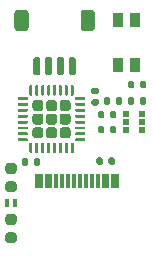
<source format=gbr>
G04 #@! TF.GenerationSoftware,KiCad,Pcbnew,5.1.9-73d0e3b20d~88~ubuntu16.04.1*
G04 #@! TF.CreationDate,2021-02-23T03:34:03+00:00*
G04 #@! TF.ProjectId,kuiic,6b756969-632e-46b6-9963-61645f706362,rev?*
G04 #@! TF.SameCoordinates,Original*
G04 #@! TF.FileFunction,Paste,Top*
G04 #@! TF.FilePolarity,Positive*
%FSLAX46Y46*%
G04 Gerber Fmt 4.6, Leading zero omitted, Abs format (unit mm)*
G04 Created by KiCad (PCBNEW 5.1.9-73d0e3b20d~88~ubuntu16.04.1) date 2021-02-23 03:34:03*
%MOMM*%
%LPD*%
G01*
G04 APERTURE LIST*
%ADD10R,0.400000X0.700000*%
%ADD11R,0.900000X1.250000*%
%ADD12R,0.600000X0.500000*%
%ADD13R,0.300000X1.150000*%
G04 APERTURE END LIST*
G04 #@! TO.C,R6*
G36*
G01*
X123328400Y-129928200D02*
X123328400Y-129558200D01*
G75*
G02*
X123463400Y-129423200I135000J0D01*
G01*
X123733400Y-129423200D01*
G75*
G02*
X123868400Y-129558200I0J-135000D01*
G01*
X123868400Y-129928200D01*
G75*
G02*
X123733400Y-130063200I-135000J0D01*
G01*
X123463400Y-130063200D01*
G75*
G02*
X123328400Y-129928200I0J135000D01*
G01*
G37*
G36*
G01*
X122308400Y-129928200D02*
X122308400Y-129558200D01*
G75*
G02*
X122443400Y-129423200I135000J0D01*
G01*
X122713400Y-129423200D01*
G75*
G02*
X122848400Y-129558200I0J-135000D01*
G01*
X122848400Y-129928200D01*
G75*
G02*
X122713400Y-130063200I-135000J0D01*
G01*
X122443400Y-130063200D01*
G75*
G02*
X122308400Y-129928200I0J135000D01*
G01*
G37*
G04 #@! TD*
D10*
G04 #@! TO.C,D2*
X121762000Y-133223000D03*
X121062000Y-133223000D03*
G04 #@! TD*
G04 #@! TO.C,R3*
G36*
G01*
X129300000Y-125545000D02*
X129300000Y-125915000D01*
G75*
G02*
X129165000Y-126050000I-135000J0D01*
G01*
X128895000Y-126050000D01*
G75*
G02*
X128760000Y-125915000I0J135000D01*
G01*
X128760000Y-125545000D01*
G75*
G02*
X128895000Y-125410000I135000J0D01*
G01*
X129165000Y-125410000D01*
G75*
G02*
X129300000Y-125545000I0J-135000D01*
G01*
G37*
G36*
G01*
X130320000Y-125545000D02*
X130320000Y-125915000D01*
G75*
G02*
X130185000Y-126050000I-135000J0D01*
G01*
X129915000Y-126050000D01*
G75*
G02*
X129780000Y-125915000I0J135000D01*
G01*
X129780000Y-125545000D01*
G75*
G02*
X129915000Y-125410000I135000J0D01*
G01*
X130185000Y-125410000D01*
G75*
G02*
X130320000Y-125545000I0J-135000D01*
G01*
G37*
G04 #@! TD*
G04 #@! TO.C,J1*
G36*
G01*
X126895000Y-121009000D02*
X126895000Y-122259000D01*
G75*
G02*
X126745000Y-122409000I-150000J0D01*
G01*
X126445000Y-122409000D01*
G75*
G02*
X126295000Y-122259000I0J150000D01*
G01*
X126295000Y-121009000D01*
G75*
G02*
X126445000Y-120859000I150000J0D01*
G01*
X126745000Y-120859000D01*
G75*
G02*
X126895000Y-121009000I0J-150000D01*
G01*
G37*
G36*
G01*
X125895000Y-121009000D02*
X125895000Y-122259000D01*
G75*
G02*
X125745000Y-122409000I-150000J0D01*
G01*
X125445000Y-122409000D01*
G75*
G02*
X125295000Y-122259000I0J150000D01*
G01*
X125295000Y-121009000D01*
G75*
G02*
X125445000Y-120859000I150000J0D01*
G01*
X125745000Y-120859000D01*
G75*
G02*
X125895000Y-121009000I0J-150000D01*
G01*
G37*
G36*
G01*
X124895000Y-121009000D02*
X124895000Y-122259000D01*
G75*
G02*
X124745000Y-122409000I-150000J0D01*
G01*
X124445000Y-122409000D01*
G75*
G02*
X124295000Y-122259000I0J150000D01*
G01*
X124295000Y-121009000D01*
G75*
G02*
X124445000Y-120859000I150000J0D01*
G01*
X124745000Y-120859000D01*
G75*
G02*
X124895000Y-121009000I0J-150000D01*
G01*
G37*
G36*
G01*
X123895000Y-121009000D02*
X123895000Y-122259000D01*
G75*
G02*
X123745000Y-122409000I-150000J0D01*
G01*
X123445000Y-122409000D01*
G75*
G02*
X123295000Y-122259000I0J150000D01*
G01*
X123295000Y-121009000D01*
G75*
G02*
X123445000Y-120859000I150000J0D01*
G01*
X123745000Y-120859000D01*
G75*
G02*
X123895000Y-121009000I0J-150000D01*
G01*
G37*
G36*
G01*
X128495000Y-117108999D02*
X128495000Y-118409001D01*
G75*
G02*
X128245001Y-118659000I-249999J0D01*
G01*
X127544999Y-118659000D01*
G75*
G02*
X127295000Y-118409001I0J249999D01*
G01*
X127295000Y-117108999D01*
G75*
G02*
X127544999Y-116859000I249999J0D01*
G01*
X128245001Y-116859000D01*
G75*
G02*
X128495000Y-117108999I0J-249999D01*
G01*
G37*
G36*
G01*
X122895000Y-117108999D02*
X122895000Y-118409001D01*
G75*
G02*
X122645001Y-118659000I-249999J0D01*
G01*
X121944999Y-118659000D01*
G75*
G02*
X121695000Y-118409001I0J249999D01*
G01*
X121695000Y-117108999D01*
G75*
G02*
X121944999Y-116859000I249999J0D01*
G01*
X122645001Y-116859000D01*
G75*
G02*
X122895000Y-117108999I0J-249999D01*
G01*
G37*
G04 #@! TD*
D11*
G04 #@! TO.C,SW1*
X131941000Y-117709000D03*
X130441000Y-117709000D03*
X131941000Y-121559000D03*
X130441000Y-121559000D03*
G04 #@! TD*
D12*
G04 #@! TO.C,D1*
X132526000Y-125665000D03*
X131126000Y-125665000D03*
X132526000Y-126365000D03*
X131126000Y-126365000D03*
X132526000Y-127065000D03*
X131126000Y-127065000D03*
G04 #@! TD*
G04 #@! TO.C,U1*
G36*
G01*
X126223500Y-125426000D02*
X125758500Y-125426000D01*
G75*
G02*
X125526000Y-125193500I0J232500D01*
G01*
X125526000Y-124728500D01*
G75*
G02*
X125758500Y-124496000I232500J0D01*
G01*
X126223500Y-124496000D01*
G75*
G02*
X126456000Y-124728500I0J-232500D01*
G01*
X126456000Y-125193500D01*
G75*
G02*
X126223500Y-125426000I-232500J0D01*
G01*
G37*
G36*
G01*
X125073500Y-125426000D02*
X124608500Y-125426000D01*
G75*
G02*
X124376000Y-125193500I0J232500D01*
G01*
X124376000Y-124728500D01*
G75*
G02*
X124608500Y-124496000I232500J0D01*
G01*
X125073500Y-124496000D01*
G75*
G02*
X125306000Y-124728500I0J-232500D01*
G01*
X125306000Y-125193500D01*
G75*
G02*
X125073500Y-125426000I-232500J0D01*
G01*
G37*
G36*
G01*
X123923500Y-125426000D02*
X123458500Y-125426000D01*
G75*
G02*
X123226000Y-125193500I0J232500D01*
G01*
X123226000Y-124728500D01*
G75*
G02*
X123458500Y-124496000I232500J0D01*
G01*
X123923500Y-124496000D01*
G75*
G02*
X124156000Y-124728500I0J-232500D01*
G01*
X124156000Y-125193500D01*
G75*
G02*
X123923500Y-125426000I-232500J0D01*
G01*
G37*
G36*
G01*
X126223500Y-126576000D02*
X125758500Y-126576000D01*
G75*
G02*
X125526000Y-126343500I0J232500D01*
G01*
X125526000Y-125878500D01*
G75*
G02*
X125758500Y-125646000I232500J0D01*
G01*
X126223500Y-125646000D01*
G75*
G02*
X126456000Y-125878500I0J-232500D01*
G01*
X126456000Y-126343500D01*
G75*
G02*
X126223500Y-126576000I-232500J0D01*
G01*
G37*
G36*
G01*
X125073500Y-126576000D02*
X124608500Y-126576000D01*
G75*
G02*
X124376000Y-126343500I0J232500D01*
G01*
X124376000Y-125878500D01*
G75*
G02*
X124608500Y-125646000I232500J0D01*
G01*
X125073500Y-125646000D01*
G75*
G02*
X125306000Y-125878500I0J-232500D01*
G01*
X125306000Y-126343500D01*
G75*
G02*
X125073500Y-126576000I-232500J0D01*
G01*
G37*
G36*
G01*
X123923500Y-126576000D02*
X123458500Y-126576000D01*
G75*
G02*
X123226000Y-126343500I0J232500D01*
G01*
X123226000Y-125878500D01*
G75*
G02*
X123458500Y-125646000I232500J0D01*
G01*
X123923500Y-125646000D01*
G75*
G02*
X124156000Y-125878500I0J-232500D01*
G01*
X124156000Y-126343500D01*
G75*
G02*
X123923500Y-126576000I-232500J0D01*
G01*
G37*
G36*
G01*
X126223500Y-127726000D02*
X125758500Y-127726000D01*
G75*
G02*
X125526000Y-127493500I0J232500D01*
G01*
X125526000Y-127028500D01*
G75*
G02*
X125758500Y-126796000I232500J0D01*
G01*
X126223500Y-126796000D01*
G75*
G02*
X126456000Y-127028500I0J-232500D01*
G01*
X126456000Y-127493500D01*
G75*
G02*
X126223500Y-127726000I-232500J0D01*
G01*
G37*
G36*
G01*
X125073500Y-127726000D02*
X124608500Y-127726000D01*
G75*
G02*
X124376000Y-127493500I0J232500D01*
G01*
X124376000Y-127028500D01*
G75*
G02*
X124608500Y-126796000I232500J0D01*
G01*
X125073500Y-126796000D01*
G75*
G02*
X125306000Y-127028500I0J-232500D01*
G01*
X125306000Y-127493500D01*
G75*
G02*
X125073500Y-127726000I-232500J0D01*
G01*
G37*
G36*
G01*
X123923500Y-127726000D02*
X123458500Y-127726000D01*
G75*
G02*
X123226000Y-127493500I0J232500D01*
G01*
X123226000Y-127028500D01*
G75*
G02*
X123458500Y-126796000I232500J0D01*
G01*
X123923500Y-126796000D01*
G75*
G02*
X124156000Y-127028500I0J-232500D01*
G01*
X124156000Y-127493500D01*
G75*
G02*
X123923500Y-127726000I-232500J0D01*
G01*
G37*
G36*
G01*
X122778500Y-127986000D02*
X122028500Y-127986000D01*
G75*
G02*
X121966000Y-127923500I0J62500D01*
G01*
X121966000Y-127798500D01*
G75*
G02*
X122028500Y-127736000I62500J0D01*
G01*
X122778500Y-127736000D01*
G75*
G02*
X122841000Y-127798500I0J-62500D01*
G01*
X122841000Y-127923500D01*
G75*
G02*
X122778500Y-127986000I-62500J0D01*
G01*
G37*
G36*
G01*
X122778500Y-127486000D02*
X122028500Y-127486000D01*
G75*
G02*
X121966000Y-127423500I0J62500D01*
G01*
X121966000Y-127298500D01*
G75*
G02*
X122028500Y-127236000I62500J0D01*
G01*
X122778500Y-127236000D01*
G75*
G02*
X122841000Y-127298500I0J-62500D01*
G01*
X122841000Y-127423500D01*
G75*
G02*
X122778500Y-127486000I-62500J0D01*
G01*
G37*
G36*
G01*
X122778500Y-126986000D02*
X122028500Y-126986000D01*
G75*
G02*
X121966000Y-126923500I0J62500D01*
G01*
X121966000Y-126798500D01*
G75*
G02*
X122028500Y-126736000I62500J0D01*
G01*
X122778500Y-126736000D01*
G75*
G02*
X122841000Y-126798500I0J-62500D01*
G01*
X122841000Y-126923500D01*
G75*
G02*
X122778500Y-126986000I-62500J0D01*
G01*
G37*
G36*
G01*
X122778500Y-126486000D02*
X122028500Y-126486000D01*
G75*
G02*
X121966000Y-126423500I0J62500D01*
G01*
X121966000Y-126298500D01*
G75*
G02*
X122028500Y-126236000I62500J0D01*
G01*
X122778500Y-126236000D01*
G75*
G02*
X122841000Y-126298500I0J-62500D01*
G01*
X122841000Y-126423500D01*
G75*
G02*
X122778500Y-126486000I-62500J0D01*
G01*
G37*
G36*
G01*
X122778500Y-125986000D02*
X122028500Y-125986000D01*
G75*
G02*
X121966000Y-125923500I0J62500D01*
G01*
X121966000Y-125798500D01*
G75*
G02*
X122028500Y-125736000I62500J0D01*
G01*
X122778500Y-125736000D01*
G75*
G02*
X122841000Y-125798500I0J-62500D01*
G01*
X122841000Y-125923500D01*
G75*
G02*
X122778500Y-125986000I-62500J0D01*
G01*
G37*
G36*
G01*
X122778500Y-125486000D02*
X122028500Y-125486000D01*
G75*
G02*
X121966000Y-125423500I0J62500D01*
G01*
X121966000Y-125298500D01*
G75*
G02*
X122028500Y-125236000I62500J0D01*
G01*
X122778500Y-125236000D01*
G75*
G02*
X122841000Y-125298500I0J-62500D01*
G01*
X122841000Y-125423500D01*
G75*
G02*
X122778500Y-125486000I-62500J0D01*
G01*
G37*
G36*
G01*
X122778500Y-124986000D02*
X122028500Y-124986000D01*
G75*
G02*
X121966000Y-124923500I0J62500D01*
G01*
X121966000Y-124798500D01*
G75*
G02*
X122028500Y-124736000I62500J0D01*
G01*
X122778500Y-124736000D01*
G75*
G02*
X122841000Y-124798500I0J-62500D01*
G01*
X122841000Y-124923500D01*
G75*
G02*
X122778500Y-124986000I-62500J0D01*
G01*
G37*
G36*
G01*
X122778500Y-124486000D02*
X122028500Y-124486000D01*
G75*
G02*
X121966000Y-124423500I0J62500D01*
G01*
X121966000Y-124298500D01*
G75*
G02*
X122028500Y-124236000I62500J0D01*
G01*
X122778500Y-124236000D01*
G75*
G02*
X122841000Y-124298500I0J-62500D01*
G01*
X122841000Y-124423500D01*
G75*
G02*
X122778500Y-124486000I-62500J0D01*
G01*
G37*
G36*
G01*
X123153500Y-124111000D02*
X123028500Y-124111000D01*
G75*
G02*
X122966000Y-124048500I0J62500D01*
G01*
X122966000Y-123298500D01*
G75*
G02*
X123028500Y-123236000I62500J0D01*
G01*
X123153500Y-123236000D01*
G75*
G02*
X123216000Y-123298500I0J-62500D01*
G01*
X123216000Y-124048500D01*
G75*
G02*
X123153500Y-124111000I-62500J0D01*
G01*
G37*
G36*
G01*
X123653500Y-124111000D02*
X123528500Y-124111000D01*
G75*
G02*
X123466000Y-124048500I0J62500D01*
G01*
X123466000Y-123298500D01*
G75*
G02*
X123528500Y-123236000I62500J0D01*
G01*
X123653500Y-123236000D01*
G75*
G02*
X123716000Y-123298500I0J-62500D01*
G01*
X123716000Y-124048500D01*
G75*
G02*
X123653500Y-124111000I-62500J0D01*
G01*
G37*
G36*
G01*
X124153500Y-124111000D02*
X124028500Y-124111000D01*
G75*
G02*
X123966000Y-124048500I0J62500D01*
G01*
X123966000Y-123298500D01*
G75*
G02*
X124028500Y-123236000I62500J0D01*
G01*
X124153500Y-123236000D01*
G75*
G02*
X124216000Y-123298500I0J-62500D01*
G01*
X124216000Y-124048500D01*
G75*
G02*
X124153500Y-124111000I-62500J0D01*
G01*
G37*
G36*
G01*
X124653500Y-124111000D02*
X124528500Y-124111000D01*
G75*
G02*
X124466000Y-124048500I0J62500D01*
G01*
X124466000Y-123298500D01*
G75*
G02*
X124528500Y-123236000I62500J0D01*
G01*
X124653500Y-123236000D01*
G75*
G02*
X124716000Y-123298500I0J-62500D01*
G01*
X124716000Y-124048500D01*
G75*
G02*
X124653500Y-124111000I-62500J0D01*
G01*
G37*
G36*
G01*
X125153500Y-124111000D02*
X125028500Y-124111000D01*
G75*
G02*
X124966000Y-124048500I0J62500D01*
G01*
X124966000Y-123298500D01*
G75*
G02*
X125028500Y-123236000I62500J0D01*
G01*
X125153500Y-123236000D01*
G75*
G02*
X125216000Y-123298500I0J-62500D01*
G01*
X125216000Y-124048500D01*
G75*
G02*
X125153500Y-124111000I-62500J0D01*
G01*
G37*
G36*
G01*
X125653500Y-124111000D02*
X125528500Y-124111000D01*
G75*
G02*
X125466000Y-124048500I0J62500D01*
G01*
X125466000Y-123298500D01*
G75*
G02*
X125528500Y-123236000I62500J0D01*
G01*
X125653500Y-123236000D01*
G75*
G02*
X125716000Y-123298500I0J-62500D01*
G01*
X125716000Y-124048500D01*
G75*
G02*
X125653500Y-124111000I-62500J0D01*
G01*
G37*
G36*
G01*
X126153500Y-124111000D02*
X126028500Y-124111000D01*
G75*
G02*
X125966000Y-124048500I0J62500D01*
G01*
X125966000Y-123298500D01*
G75*
G02*
X126028500Y-123236000I62500J0D01*
G01*
X126153500Y-123236000D01*
G75*
G02*
X126216000Y-123298500I0J-62500D01*
G01*
X126216000Y-124048500D01*
G75*
G02*
X126153500Y-124111000I-62500J0D01*
G01*
G37*
G36*
G01*
X126653500Y-124111000D02*
X126528500Y-124111000D01*
G75*
G02*
X126466000Y-124048500I0J62500D01*
G01*
X126466000Y-123298500D01*
G75*
G02*
X126528500Y-123236000I62500J0D01*
G01*
X126653500Y-123236000D01*
G75*
G02*
X126716000Y-123298500I0J-62500D01*
G01*
X126716000Y-124048500D01*
G75*
G02*
X126653500Y-124111000I-62500J0D01*
G01*
G37*
G36*
G01*
X127653500Y-124486000D02*
X126903500Y-124486000D01*
G75*
G02*
X126841000Y-124423500I0J62500D01*
G01*
X126841000Y-124298500D01*
G75*
G02*
X126903500Y-124236000I62500J0D01*
G01*
X127653500Y-124236000D01*
G75*
G02*
X127716000Y-124298500I0J-62500D01*
G01*
X127716000Y-124423500D01*
G75*
G02*
X127653500Y-124486000I-62500J0D01*
G01*
G37*
G36*
G01*
X127653500Y-124986000D02*
X126903500Y-124986000D01*
G75*
G02*
X126841000Y-124923500I0J62500D01*
G01*
X126841000Y-124798500D01*
G75*
G02*
X126903500Y-124736000I62500J0D01*
G01*
X127653500Y-124736000D01*
G75*
G02*
X127716000Y-124798500I0J-62500D01*
G01*
X127716000Y-124923500D01*
G75*
G02*
X127653500Y-124986000I-62500J0D01*
G01*
G37*
G36*
G01*
X127653500Y-125486000D02*
X126903500Y-125486000D01*
G75*
G02*
X126841000Y-125423500I0J62500D01*
G01*
X126841000Y-125298500D01*
G75*
G02*
X126903500Y-125236000I62500J0D01*
G01*
X127653500Y-125236000D01*
G75*
G02*
X127716000Y-125298500I0J-62500D01*
G01*
X127716000Y-125423500D01*
G75*
G02*
X127653500Y-125486000I-62500J0D01*
G01*
G37*
G36*
G01*
X127653500Y-125986000D02*
X126903500Y-125986000D01*
G75*
G02*
X126841000Y-125923500I0J62500D01*
G01*
X126841000Y-125798500D01*
G75*
G02*
X126903500Y-125736000I62500J0D01*
G01*
X127653500Y-125736000D01*
G75*
G02*
X127716000Y-125798500I0J-62500D01*
G01*
X127716000Y-125923500D01*
G75*
G02*
X127653500Y-125986000I-62500J0D01*
G01*
G37*
G36*
G01*
X127653500Y-126486000D02*
X126903500Y-126486000D01*
G75*
G02*
X126841000Y-126423500I0J62500D01*
G01*
X126841000Y-126298500D01*
G75*
G02*
X126903500Y-126236000I62500J0D01*
G01*
X127653500Y-126236000D01*
G75*
G02*
X127716000Y-126298500I0J-62500D01*
G01*
X127716000Y-126423500D01*
G75*
G02*
X127653500Y-126486000I-62500J0D01*
G01*
G37*
G36*
G01*
X127653500Y-126986000D02*
X126903500Y-126986000D01*
G75*
G02*
X126841000Y-126923500I0J62500D01*
G01*
X126841000Y-126798500D01*
G75*
G02*
X126903500Y-126736000I62500J0D01*
G01*
X127653500Y-126736000D01*
G75*
G02*
X127716000Y-126798500I0J-62500D01*
G01*
X127716000Y-126923500D01*
G75*
G02*
X127653500Y-126986000I-62500J0D01*
G01*
G37*
G36*
G01*
X127653500Y-127486000D02*
X126903500Y-127486000D01*
G75*
G02*
X126841000Y-127423500I0J62500D01*
G01*
X126841000Y-127298500D01*
G75*
G02*
X126903500Y-127236000I62500J0D01*
G01*
X127653500Y-127236000D01*
G75*
G02*
X127716000Y-127298500I0J-62500D01*
G01*
X127716000Y-127423500D01*
G75*
G02*
X127653500Y-127486000I-62500J0D01*
G01*
G37*
G36*
G01*
X127653500Y-127986000D02*
X126903500Y-127986000D01*
G75*
G02*
X126841000Y-127923500I0J62500D01*
G01*
X126841000Y-127798500D01*
G75*
G02*
X126903500Y-127736000I62500J0D01*
G01*
X127653500Y-127736000D01*
G75*
G02*
X127716000Y-127798500I0J-62500D01*
G01*
X127716000Y-127923500D01*
G75*
G02*
X127653500Y-127986000I-62500J0D01*
G01*
G37*
G36*
G01*
X126653500Y-128986000D02*
X126528500Y-128986000D01*
G75*
G02*
X126466000Y-128923500I0J62500D01*
G01*
X126466000Y-128173500D01*
G75*
G02*
X126528500Y-128111000I62500J0D01*
G01*
X126653500Y-128111000D01*
G75*
G02*
X126716000Y-128173500I0J-62500D01*
G01*
X126716000Y-128923500D01*
G75*
G02*
X126653500Y-128986000I-62500J0D01*
G01*
G37*
G36*
G01*
X126153500Y-128986000D02*
X126028500Y-128986000D01*
G75*
G02*
X125966000Y-128923500I0J62500D01*
G01*
X125966000Y-128173500D01*
G75*
G02*
X126028500Y-128111000I62500J0D01*
G01*
X126153500Y-128111000D01*
G75*
G02*
X126216000Y-128173500I0J-62500D01*
G01*
X126216000Y-128923500D01*
G75*
G02*
X126153500Y-128986000I-62500J0D01*
G01*
G37*
G36*
G01*
X125653500Y-128986000D02*
X125528500Y-128986000D01*
G75*
G02*
X125466000Y-128923500I0J62500D01*
G01*
X125466000Y-128173500D01*
G75*
G02*
X125528500Y-128111000I62500J0D01*
G01*
X125653500Y-128111000D01*
G75*
G02*
X125716000Y-128173500I0J-62500D01*
G01*
X125716000Y-128923500D01*
G75*
G02*
X125653500Y-128986000I-62500J0D01*
G01*
G37*
G36*
G01*
X125153500Y-128986000D02*
X125028500Y-128986000D01*
G75*
G02*
X124966000Y-128923500I0J62500D01*
G01*
X124966000Y-128173500D01*
G75*
G02*
X125028500Y-128111000I62500J0D01*
G01*
X125153500Y-128111000D01*
G75*
G02*
X125216000Y-128173500I0J-62500D01*
G01*
X125216000Y-128923500D01*
G75*
G02*
X125153500Y-128986000I-62500J0D01*
G01*
G37*
G36*
G01*
X124653500Y-128986000D02*
X124528500Y-128986000D01*
G75*
G02*
X124466000Y-128923500I0J62500D01*
G01*
X124466000Y-128173500D01*
G75*
G02*
X124528500Y-128111000I62500J0D01*
G01*
X124653500Y-128111000D01*
G75*
G02*
X124716000Y-128173500I0J-62500D01*
G01*
X124716000Y-128923500D01*
G75*
G02*
X124653500Y-128986000I-62500J0D01*
G01*
G37*
G36*
G01*
X124153500Y-128986000D02*
X124028500Y-128986000D01*
G75*
G02*
X123966000Y-128923500I0J62500D01*
G01*
X123966000Y-128173500D01*
G75*
G02*
X124028500Y-128111000I62500J0D01*
G01*
X124153500Y-128111000D01*
G75*
G02*
X124216000Y-128173500I0J-62500D01*
G01*
X124216000Y-128923500D01*
G75*
G02*
X124153500Y-128986000I-62500J0D01*
G01*
G37*
G36*
G01*
X123653500Y-128986000D02*
X123528500Y-128986000D01*
G75*
G02*
X123466000Y-128923500I0J62500D01*
G01*
X123466000Y-128173500D01*
G75*
G02*
X123528500Y-128111000I62500J0D01*
G01*
X123653500Y-128111000D01*
G75*
G02*
X123716000Y-128173500I0J-62500D01*
G01*
X123716000Y-128923500D01*
G75*
G02*
X123653500Y-128986000I-62500J0D01*
G01*
G37*
G36*
G01*
X123153500Y-128986000D02*
X123028500Y-128986000D01*
G75*
G02*
X122966000Y-128923500I0J62500D01*
G01*
X122966000Y-128173500D01*
G75*
G02*
X123028500Y-128111000I62500J0D01*
G01*
X123153500Y-128111000D01*
G75*
G02*
X123216000Y-128173500I0J-62500D01*
G01*
X123216000Y-128923500D01*
G75*
G02*
X123153500Y-128986000I-62500J0D01*
G01*
G37*
G04 #@! TD*
G04 #@! TO.C,R7*
G36*
G01*
X129173000Y-129482000D02*
X129173000Y-129852000D01*
G75*
G02*
X129038000Y-129987000I-135000J0D01*
G01*
X128768000Y-129987000D01*
G75*
G02*
X128633000Y-129852000I0J135000D01*
G01*
X128633000Y-129482000D01*
G75*
G02*
X128768000Y-129347000I135000J0D01*
G01*
X129038000Y-129347000D01*
G75*
G02*
X129173000Y-129482000I0J-135000D01*
G01*
G37*
G36*
G01*
X130193000Y-129482000D02*
X130193000Y-129852000D01*
G75*
G02*
X130058000Y-129987000I-135000J0D01*
G01*
X129788000Y-129987000D01*
G75*
G02*
X129653000Y-129852000I0J135000D01*
G01*
X129653000Y-129482000D01*
G75*
G02*
X129788000Y-129347000I135000J0D01*
G01*
X130058000Y-129347000D01*
G75*
G02*
X130193000Y-129482000I0J-135000D01*
G01*
G37*
G04 #@! TD*
G04 #@! TO.C,R5*
G36*
G01*
X131840000Y-124402000D02*
X131840000Y-124772000D01*
G75*
G02*
X131705000Y-124907000I-135000J0D01*
G01*
X131435000Y-124907000D01*
G75*
G02*
X131300000Y-124772000I0J135000D01*
G01*
X131300000Y-124402000D01*
G75*
G02*
X131435000Y-124267000I135000J0D01*
G01*
X131705000Y-124267000D01*
G75*
G02*
X131840000Y-124402000I0J-135000D01*
G01*
G37*
G36*
G01*
X132860000Y-124402000D02*
X132860000Y-124772000D01*
G75*
G02*
X132725000Y-124907000I-135000J0D01*
G01*
X132455000Y-124907000D01*
G75*
G02*
X132320000Y-124772000I0J135000D01*
G01*
X132320000Y-124402000D01*
G75*
G02*
X132455000Y-124267000I135000J0D01*
G01*
X132725000Y-124267000D01*
G75*
G02*
X132860000Y-124402000I0J-135000D01*
G01*
G37*
G04 #@! TD*
G04 #@! TO.C,R4*
G36*
G01*
X131840000Y-123005000D02*
X131840000Y-123375000D01*
G75*
G02*
X131705000Y-123510000I-135000J0D01*
G01*
X131435000Y-123510000D01*
G75*
G02*
X131300000Y-123375000I0J135000D01*
G01*
X131300000Y-123005000D01*
G75*
G02*
X131435000Y-122870000I135000J0D01*
G01*
X131705000Y-122870000D01*
G75*
G02*
X131840000Y-123005000I0J-135000D01*
G01*
G37*
G36*
G01*
X132860000Y-123005000D02*
X132860000Y-123375000D01*
G75*
G02*
X132725000Y-123510000I-135000J0D01*
G01*
X132455000Y-123510000D01*
G75*
G02*
X132320000Y-123375000I0J135000D01*
G01*
X132320000Y-123005000D01*
G75*
G02*
X132455000Y-122870000I135000J0D01*
G01*
X132725000Y-122870000D01*
G75*
G02*
X132860000Y-123005000I0J-135000D01*
G01*
G37*
G04 #@! TD*
G04 #@! TO.C,R2*
G36*
G01*
X129808000Y-124402000D02*
X129808000Y-124772000D01*
G75*
G02*
X129673000Y-124907000I-135000J0D01*
G01*
X129403000Y-124907000D01*
G75*
G02*
X129268000Y-124772000I0J135000D01*
G01*
X129268000Y-124402000D01*
G75*
G02*
X129403000Y-124267000I135000J0D01*
G01*
X129673000Y-124267000D01*
G75*
G02*
X129808000Y-124402000I0J-135000D01*
G01*
G37*
G36*
G01*
X130828000Y-124402000D02*
X130828000Y-124772000D01*
G75*
G02*
X130693000Y-124907000I-135000J0D01*
G01*
X130423000Y-124907000D01*
G75*
G02*
X130288000Y-124772000I0J135000D01*
G01*
X130288000Y-124402000D01*
G75*
G02*
X130423000Y-124267000I135000J0D01*
G01*
X130693000Y-124267000D01*
G75*
G02*
X130828000Y-124402000I0J-135000D01*
G01*
G37*
G04 #@! TD*
G04 #@! TO.C,R1*
G36*
G01*
X129300000Y-126815000D02*
X129300000Y-127185000D01*
G75*
G02*
X129165000Y-127320000I-135000J0D01*
G01*
X128895000Y-127320000D01*
G75*
G02*
X128760000Y-127185000I0J135000D01*
G01*
X128760000Y-126815000D01*
G75*
G02*
X128895000Y-126680000I135000J0D01*
G01*
X129165000Y-126680000D01*
G75*
G02*
X129300000Y-126815000I0J-135000D01*
G01*
G37*
G36*
G01*
X130320000Y-126815000D02*
X130320000Y-127185000D01*
G75*
G02*
X130185000Y-127320000I-135000J0D01*
G01*
X129915000Y-127320000D01*
G75*
G02*
X129780000Y-127185000I0J135000D01*
G01*
X129780000Y-126815000D01*
G75*
G02*
X129915000Y-126680000I135000J0D01*
G01*
X130185000Y-126680000D01*
G75*
G02*
X130320000Y-126815000I0J-135000D01*
G01*
G37*
G04 #@! TD*
D13*
G04 #@! TO.C,J3*
X130050000Y-131331000D03*
X129250000Y-131331000D03*
X128750000Y-131331000D03*
X128250000Y-131331000D03*
X127750000Y-131331000D03*
X127250000Y-131331000D03*
X126750000Y-131331000D03*
X126250000Y-131331000D03*
X125750000Y-131331000D03*
X125250000Y-131331000D03*
X124450000Y-131331000D03*
X123650000Y-131331000D03*
X123950000Y-131331000D03*
X124750000Y-131331000D03*
X129550000Y-131331000D03*
X130350000Y-131331000D03*
G04 #@! TD*
G04 #@! TO.C,C3*
G36*
G01*
X121662000Y-135057000D02*
X121162000Y-135057000D01*
G75*
G02*
X120937000Y-134832000I0J225000D01*
G01*
X120937000Y-134382000D01*
G75*
G02*
X121162000Y-134157000I225000J0D01*
G01*
X121662000Y-134157000D01*
G75*
G02*
X121887000Y-134382000I0J-225000D01*
G01*
X121887000Y-134832000D01*
G75*
G02*
X121662000Y-135057000I-225000J0D01*
G01*
G37*
G36*
G01*
X121662000Y-136607000D02*
X121162000Y-136607000D01*
G75*
G02*
X120937000Y-136382000I0J225000D01*
G01*
X120937000Y-135932000D01*
G75*
G02*
X121162000Y-135707000I225000J0D01*
G01*
X121662000Y-135707000D01*
G75*
G02*
X121887000Y-135932000I0J-225000D01*
G01*
X121887000Y-136382000D01*
G75*
G02*
X121662000Y-136607000I-225000J0D01*
G01*
G37*
G04 #@! TD*
G04 #@! TO.C,C2*
G36*
G01*
X128694000Y-124006000D02*
X128354000Y-124006000D01*
G75*
G02*
X128214000Y-123866000I0J140000D01*
G01*
X128214000Y-123586000D01*
G75*
G02*
X128354000Y-123446000I140000J0D01*
G01*
X128694000Y-123446000D01*
G75*
G02*
X128834000Y-123586000I0J-140000D01*
G01*
X128834000Y-123866000D01*
G75*
G02*
X128694000Y-124006000I-140000J0D01*
G01*
G37*
G36*
G01*
X128694000Y-124966000D02*
X128354000Y-124966000D01*
G75*
G02*
X128214000Y-124826000I0J140000D01*
G01*
X128214000Y-124546000D01*
G75*
G02*
X128354000Y-124406000I140000J0D01*
G01*
X128694000Y-124406000D01*
G75*
G02*
X128834000Y-124546000I0J-140000D01*
G01*
X128834000Y-124826000D01*
G75*
G02*
X128694000Y-124966000I-140000J0D01*
G01*
G37*
G04 #@! TD*
G04 #@! TO.C,C1*
G36*
G01*
X121162000Y-131389000D02*
X121662000Y-131389000D01*
G75*
G02*
X121887000Y-131614000I0J-225000D01*
G01*
X121887000Y-132064000D01*
G75*
G02*
X121662000Y-132289000I-225000J0D01*
G01*
X121162000Y-132289000D01*
G75*
G02*
X120937000Y-132064000I0J225000D01*
G01*
X120937000Y-131614000D01*
G75*
G02*
X121162000Y-131389000I225000J0D01*
G01*
G37*
G36*
G01*
X121162000Y-129839000D02*
X121662000Y-129839000D01*
G75*
G02*
X121887000Y-130064000I0J-225000D01*
G01*
X121887000Y-130514000D01*
G75*
G02*
X121662000Y-130739000I-225000J0D01*
G01*
X121162000Y-130739000D01*
G75*
G02*
X120937000Y-130514000I0J225000D01*
G01*
X120937000Y-130064000D01*
G75*
G02*
X121162000Y-129839000I225000J0D01*
G01*
G37*
G04 #@! TD*
M02*

</source>
